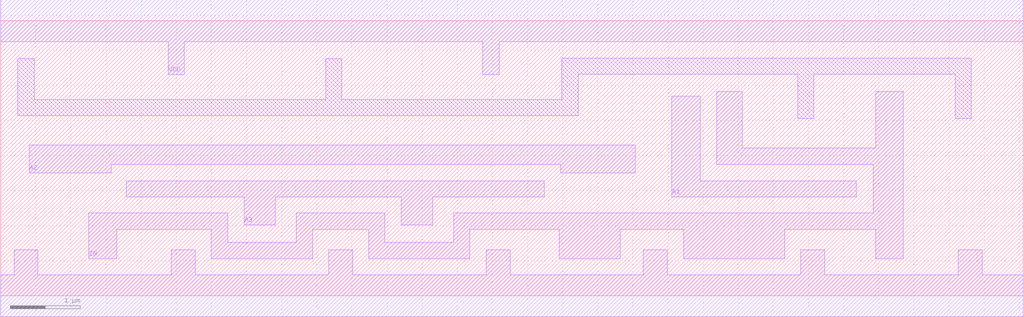
<source format=lef>
# Copyright 2022 GlobalFoundries PDK Authors
#
# Licensed under the Apache License, Version 2.0 (the "License");
# you may not use this file except in compliance with the License.
# You may obtain a copy of the License at
#
#      http://www.apache.org/licenses/LICENSE-2.0
#
# Unless required by applicable law or agreed to in writing, software
# distributed under the License is distributed on an "AS IS" BASIS,
# WITHOUT WARRANTIES OR CONDITIONS OF ANY KIND, either express or implied.
# See the License for the specific language governing permissions and
# limitations under the License.

MACRO gf180mcu_fd_sc_mcu7t5v0__nor3_4
  CLASS core ;
  FOREIGN gf180mcu_fd_sc_mcu7t5v0__nor3_4 0.0 0.0 ;
  ORIGIN 0 0 ;
  SYMMETRY X Y ;
  SITE GF018hv5v_mcu_sc7 ;
  SIZE 14.56 BY 3.92 ;
  PIN A1
    DIRECTION INPUT ;
    ANTENNAGATEAREA 3.556 ;
    PORT
      LAYER Metal1 ;
        POLYGON 9.55 1.41 12.18 1.41 12.18 1.64 9.96 1.64 9.96 2.85 9.55 2.85  ;
    END
  END A1
  PIN A2
    DIRECTION INPUT ;
    ANTENNAGATEAREA 3.556 ;
    PORT
      LAYER Metal1 ;
        POLYGON 0.405 1.75 1.57 1.75 1.57 1.87 7.97 1.87 7.97 1.75 9.03 1.75 9.03 2.15 0.405 2.15  ;
    END
  END A2
  PIN A3
    DIRECTION INPUT ;
    ANTENNAGATEAREA 3.556 ;
    PORT
      LAYER Metal1 ;
        POLYGON 1.79 1.41 3.47 1.41 3.47 1.01 3.91 1.01 3.91 1.41 5.7 1.41 5.7 1.01 6.15 1.01 6.15 1.41 7.735 1.41 7.735 1.64 1.79 1.64  ;
    END
  END A3
  PIN ZN
    DIRECTION OUTPUT ;
    ANTENNADIFFAREA 2.9636 ;
    PORT
      LAYER Metal1 ;
        POLYGON 10.19 1.875 12.42 1.875 12.42 1.18 6.45 1.18 6.45 0.76 5.47 0.76 5.47 1.18 4.21 1.18 4.21 0.76 3.23 0.76 3.23 1.18 1.255 1.18 1.255 0.53 1.65 0.53 1.65 0.945 3 0.945 3 0.53 4.44 0.53 4.44 0.945 5.24 0.945 5.24 0.53 6.68 0.53 6.68 0.945 7.95 0.945 7.95 0.53 8.82 0.53 8.82 0.945 9.72 0.945 9.72 0.53 11.16 0.53 11.16 0.945 12.46 0.945 12.46 0.53 12.85 0.53 12.85 2.91 12.46 2.91 12.46 2.11 10.555 2.11 10.555 2.91 10.19 2.91  ;
    END
  END ZN
  PIN VDD
    DIRECTION INOUT ;
    USE power ;
    SHAPE ABUTMENT ;
    PORT
      LAYER Metal1 ;
        POLYGON 0 3.62 2.385 3.62 2.385 3.155 2.615 3.155 2.615 3.62 6.865 3.62 6.865 3.155 7.095 3.155 7.095 3.62 13.815 3.62 14.56 3.62 14.56 4.22 13.815 4.22 0 4.22  ;
    END
  END VDD
  PIN VSS
    DIRECTION INOUT ;
    USE ground ;
    SHAPE ABUTMENT ;
    PORT
      LAYER Metal1 ;
        POLYGON 0 -0.3 14.56 -0.3 14.56 0.3 13.97 0.3 13.97 0.655 13.63 0.655 13.63 0.3 11.73 0.3 11.73 0.655 11.39 0.655 11.39 0.3 9.49 0.3 9.49 0.655 9.15 0.655 9.15 0.3 7.25 0.3 7.25 0.655 6.91 0.655 6.91 0.3 5.01 0.3 5.01 0.655 4.67 0.655 4.67 0.3 2.77 0.3 2.77 0.655 2.43 0.655 2.43 0.3 0.53 0.3 0.53 0.655 0.19 0.655 0.19 0.3 0 0.3  ;
    END
  END VSS
  OBS
      LAYER Metal1 ;
        POLYGON 0.245 2.57 8.22 2.57 8.22 3.16 11.345 3.16 11.345 2.53 11.575 2.53 11.575 3.16 13.585 3.16 13.585 2.53 13.815 2.53 13.815 3.39 7.99 3.39 7.99 2.8 4.855 2.8 4.855 3.38 4.625 3.38 4.625 2.8 0.475 2.8 0.475 3.38 0.245 3.38  ;
  END
END gf180mcu_fd_sc_mcu7t5v0__nor3_4

</source>
